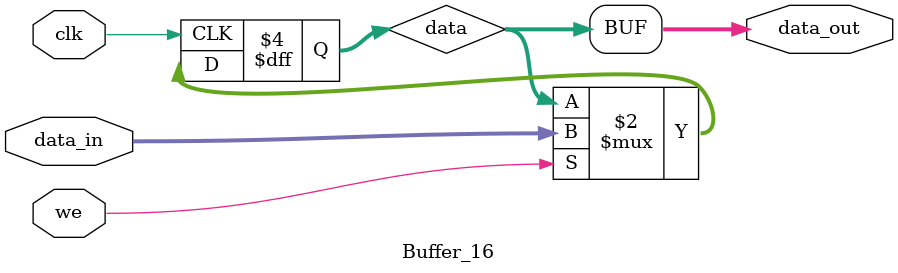
<source format=v>
module Buffer_16 (
  input [127:0] data_in,
  input we, clk,
  output reg [127:0] data_out
);

reg [127:0] data ;
integer i;
always@(posedge clk)begin
  if (we) begin
    data <= data_in;
  end
end

assign data_out = data;

endmodule

</source>
